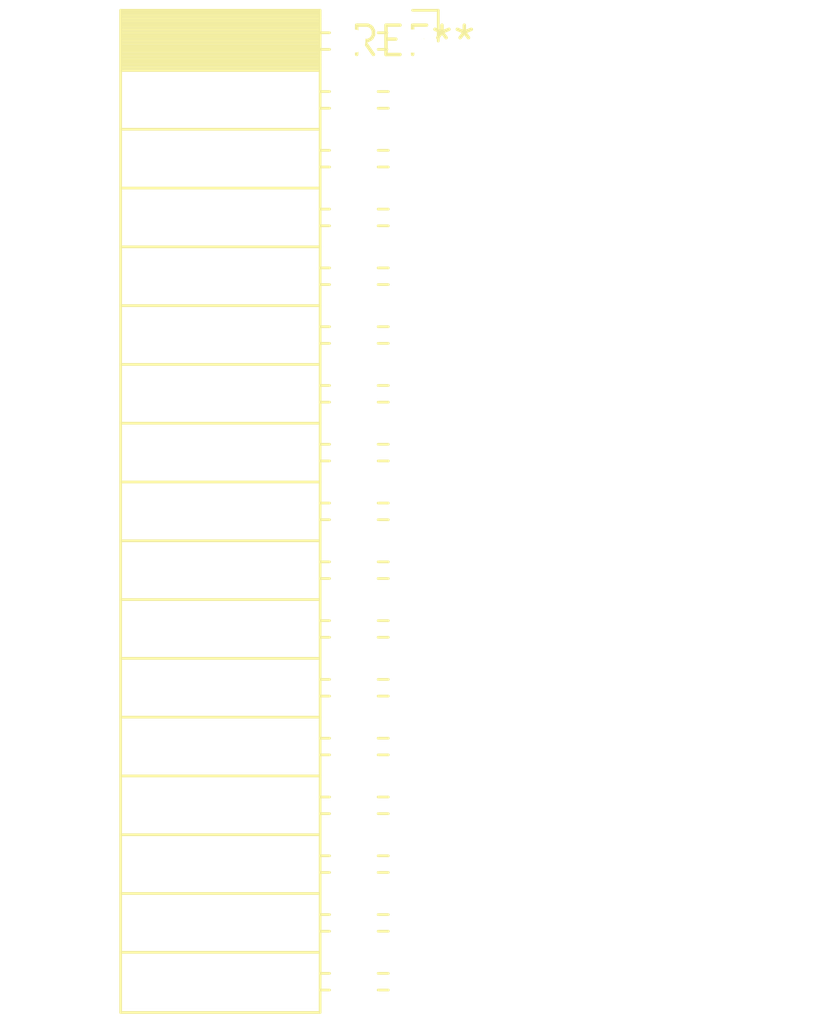
<source format=kicad_pcb>
(kicad_pcb (version 20240108) (generator pcbnew)
  (layers (0 "F.Cu" signal) (31 "B.Cu" signal) (34 "B.Paste" user) (35 "F.Paste" user) (36 "B.SilkS" user "B.Silkscreen") (37 "F.SilkS" user "F.Silkscreen") (38 "B.Mask" user) (39 "F.Mask" user) (44 "Edge.Cuts" user))
  (net 0 "")
  (footprint "PinSocket_2x17_P2.54mm_Horizontal" (layer "F.Cu") (at 0 0)
    (property "Reference" "REF**")
    (property "Value" "PinSocket_2x17_P2.54mm_Horizontal")
    (fp_line (start -12.63 -1.33) (end -12.63 41.97) (layer "F.SilkS") (stroke (width 0.12)))
    (fp_line (start -12.63 -1.33) (end -4 -1.33) (layer "F.SilkS") (stroke (width 0.12)))
    (fp_line (start -12.63 -1.21) (end -4 -1.21) (layer "F.SilkS") (stroke (width 0.12)))
    (fp_line (start -12.63 -1.091905) (end -4 -1.091905) (layer "F.SilkS") (stroke (width 0.12)))
    (fp_line (start -12.63 -0.97381) (end -4 -0.97381) (layer "F.SilkS") (stroke (width 0.12)))
    (fp_line (start -12.63 -0.855715) (end -4 -0.855715) (layer "F.SilkS") (stroke (width 0.12)))
    (fp_line (start -12.63 -0.73762) (end -4 -0.73762) (layer "F.SilkS") (stroke (width 0.12)))
    (fp_line (start -12.63 -0.619525) (end -4 -0.619525) (layer "F.SilkS") (stroke (width 0.12)))
    (fp_line (start -12.63 -0.50143) (end -4 -0.50143) (layer "F.SilkS") (stroke (width 0.12)))
    (fp_line (start -12.63 -0.383335) (end -4 -0.383335) (layer "F.SilkS") (stroke (width 0.12)))
    (fp_line (start -12.63 -0.26524) (end -4 -0.26524) (layer "F.SilkS") (stroke (width 0.12)))
    (fp_line (start -12.63 -0.147145) (end -4 -0.147145) (layer "F.SilkS") (stroke (width 0.12)))
    (fp_line (start -12.63 -0.02905) (end -4 -0.02905) (layer "F.SilkS") (stroke (width 0.12)))
    (fp_line (start -12.63 0.089045) (end -4 0.089045) (layer "F.SilkS") (stroke (width 0.12)))
    (fp_line (start -12.63 0.20714) (end -4 0.20714) (layer "F.SilkS") (stroke (width 0.12)))
    (fp_line (start -12.63 0.325235) (end -4 0.325235) (layer "F.SilkS") (stroke (width 0.12)))
    (fp_line (start -12.63 0.44333) (end -4 0.44333) (layer "F.SilkS") (stroke (width 0.12)))
    (fp_line (start -12.63 0.561425) (end -4 0.561425) (layer "F.SilkS") (stroke (width 0.12)))
    (fp_line (start -12.63 0.67952) (end -4 0.67952) (layer "F.SilkS") (stroke (width 0.12)))
    (fp_line (start -12.63 0.797615) (end -4 0.797615) (layer "F.SilkS") (stroke (width 0.12)))
    (fp_line (start -12.63 0.91571) (end -4 0.91571) (layer "F.SilkS") (stroke (width 0.12)))
    (fp_line (start -12.63 1.033805) (end -4 1.033805) (layer "F.SilkS") (stroke (width 0.12)))
    (fp_line (start -12.63 1.1519) (end -4 1.1519) (layer "F.SilkS") (stroke (width 0.12)))
    (fp_line (start -12.63 1.27) (end -4 1.27) (layer "F.SilkS") (stroke (width 0.12)))
    (fp_line (start -12.63 3.81) (end -4 3.81) (layer "F.SilkS") (stroke (width 0.12)))
    (fp_line (start -12.63 6.35) (end -4 6.35) (layer "F.SilkS") (stroke (width 0.12)))
    (fp_line (start -12.63 8.89) (end -4 8.89) (layer "F.SilkS") (stroke (width 0.12)))
    (fp_line (start -12.63 11.43) (end -4 11.43) (layer "F.SilkS") (stroke (width 0.12)))
    (fp_line (start -12.63 13.97) (end -4 13.97) (layer "F.SilkS") (stroke (width 0.12)))
    (fp_line (start -12.63 16.51) (end -4 16.51) (layer "F.SilkS") (stroke (width 0.12)))
    (fp_line (start -12.63 19.05) (end -4 19.05) (layer "F.SilkS") (stroke (width 0.12)))
    (fp_line (start -12.63 21.59) (end -4 21.59) (layer "F.SilkS") (stroke (width 0.12)))
    (fp_line (start -12.63 24.13) (end -4 24.13) (layer "F.SilkS") (stroke (width 0.12)))
    (fp_line (start -12.63 26.67) (end -4 26.67) (layer "F.SilkS") (stroke (width 0.12)))
    (fp_line (start -12.63 29.21) (end -4 29.21) (layer "F.SilkS") (stroke (width 0.12)))
    (fp_line (start -12.63 31.75) (end -4 31.75) (layer "F.SilkS") (stroke (width 0.12)))
    (fp_line (start -12.63 34.29) (end -4 34.29) (layer "F.SilkS") (stroke (width 0.12)))
    (fp_line (start -12.63 36.83) (end -4 36.83) (layer "F.SilkS") (stroke (width 0.12)))
    (fp_line (start -12.63 39.37) (end -4 39.37) (layer "F.SilkS") (stroke (width 0.12)))
    (fp_line (start -12.63 41.97) (end -4 41.97) (layer "F.SilkS") (stroke (width 0.12)))
    (fp_line (start -4 -1.33) (end -4 41.97) (layer "F.SilkS") (stroke (width 0.12)))
    (fp_line (start -4 -0.36) (end -3.59 -0.36) (layer "F.SilkS") (stroke (width 0.12)))
    (fp_line (start -4 0.36) (end -3.59 0.36) (layer "F.SilkS") (stroke (width 0.12)))
    (fp_line (start -4 2.18) (end -3.59 2.18) (layer "F.SilkS") (stroke (width 0.12)))
    (fp_line (start -4 2.9) (end -3.59 2.9) (layer "F.SilkS") (stroke (width 0.12)))
    (fp_line (start -4 4.72) (end -3.59 4.72) (layer "F.SilkS") (stroke (width 0.12)))
    (fp_line (start -4 5.44) (end -3.59 5.44) (layer "F.SilkS") (stroke (width 0.12)))
    (fp_line (start -4 7.26) (end -3.59 7.26) (layer "F.SilkS") (stroke (width 0.12)))
    (fp_line (start -4 7.98) (end -3.59 7.98) (layer "F.SilkS") (stroke (width 0.12)))
    (fp_line (start -4 9.8) (end -3.59 9.8) (layer "F.SilkS") (stroke (width 0.12)))
    (fp_line (start -4 10.52) (end -3.59 10.52) (layer "F.SilkS") (stroke (width 0.12)))
    (fp_line (start -4 12.34) (end -3.59 12.34) (layer "F.SilkS") (stroke (width 0.12)))
    (fp_line (start -4 13.06) (end -3.59 13.06) (layer "F.SilkS") (stroke (width 0.12)))
    (fp_line (start -4 14.88) (end -3.59 14.88) (layer "F.SilkS") (stroke (width 0.12)))
    (fp_line (start -4 15.6) (end -3.59 15.6) (layer "F.SilkS") (stroke (width 0.12)))
    (fp_line (start -4 17.42) (end -3.59 17.42) (layer "F.SilkS") (stroke (width 0.12)))
    (fp_line (start -4 18.14) (end -3.59 18.14) (layer "F.SilkS") (stroke (width 0.12)))
    (fp_line (start -4 19.96) (end -3.59 19.96) (layer "F.SilkS") (stroke (width 0.12)))
    (fp_line (start -4 20.68) (end -3.59 20.68) (layer "F.SilkS") (stroke (width 0.12)))
    (fp_line (start -4 22.5) (end -3.59 22.5) (layer "F.SilkS") (stroke (width 0.12)))
    (fp_line (start -4 23.22) (end -3.59 23.22) (layer "F.SilkS") (stroke (width 0.12)))
    (fp_line (start -4 25.04) (end -3.59 25.04) (layer "F.SilkS") (stroke (width 0.12)))
    (fp_line (start -4 25.76) (end -3.59 25.76) (layer "F.SilkS") (stroke (width 0.12)))
    (fp_line (start -4 27.58) (end -3.59 27.58) (layer "F.SilkS") (stroke (width 0.12)))
    (fp_line (start -4 28.3) (end -3.59 28.3) (layer "F.SilkS") (stroke (width 0.12)))
    (fp_line (start -4 30.12) (end -3.59 30.12) (layer "F.SilkS") (stroke (width 0.12)))
    (fp_line (start -4 30.84) (end -3.59 30.84) (layer "F.SilkS") (stroke (width 0.12)))
    (fp_line (start -4 32.66) (end -3.59 32.66) (layer "F.SilkS") (stroke (width 0.12)))
    (fp_line (start -4 33.38) (end -3.59 33.38) (layer "F.SilkS") (stroke (width 0.12)))
    (fp_line (start -4 35.2) (end -3.59 35.2) (layer "F.SilkS") (stroke (width 0.12)))
    (fp_line (start -4 35.92) (end -3.59 35.92) (layer "F.SilkS") (stroke (width 0.12)))
    (fp_line (start -4 37.74) (end -3.59 37.74) (layer "F.SilkS") (stroke (width 0.12)))
    (fp_line (start -4 38.46) (end -3.59 38.46) (layer "F.SilkS") (stroke (width 0.12)))
    (fp_line (start -4 40.28) (end -3.59 40.28) (layer "F.SilkS") (stroke (width 0.12)))
    (fp_line (start -4 41) (end -3.59 41) (layer "F.SilkS") (stroke (width 0.12)))
    (fp_line (start -1.49 -0.36) (end -1.11 -0.36) (layer "F.SilkS") (stroke (width 0.12)))
    (fp_line (start -1.49 0.36) (end -1.11 0.36) (layer "F.SilkS") (stroke (width 0.12)))
    (fp_line (start -1.49 2.18) (end -1.05 2.18) (layer "F.SilkS") (stroke (width 0.12)))
    (fp_line (start -1.49 2.9) (end -1.05 2.9) (layer "F.SilkS") (stroke (width 0.12)))
    (fp_line (start -1.49 4.72) (end -1.05 4.72) (layer "F.SilkS") (stroke (width 0.12)))
    (fp_line (start -1.49 5.44) (end -1.05 5.44) (layer "F.SilkS") (stroke (width 0.12)))
    (fp_line (start -1.49 7.26) (end -1.05 7.26) (layer "F.SilkS") (stroke (width 0.12)))
    (fp_line (start -1.49 7.98) (end -1.05 7.98) (layer "F.SilkS") (stroke (width 0.12)))
    (fp_line (start -1.49 9.8) (end -1.05 9.8) (layer "F.SilkS") (stroke (width 0.12)))
    (fp_line (start -1.49 10.52) (end -1.05 10.52) (layer "F.SilkS") (stroke (width 0.12)))
    (fp_line (start -1.49 12.34) (end -1.05 12.34) (layer "F.SilkS") (stroke (width 0.12)))
    (fp_line (start -1.49 13.06) (end -1.05 13.06) (layer "F.SilkS") (stroke (width 0.12)))
    (fp_line (start -1.49 14.88) (end -1.05 14.88) (layer "F.SilkS") (stroke (width 0.12)))
    (fp_line (start -1.49 15.6) (end -1.05 15.6) (layer "F.SilkS") (stroke (width 0.12)))
    (fp_line (start -1.49 17.42) (end -1.05 17.42) (layer "F.SilkS") (stroke (width 0.12)))
    (fp_line (start -1.49 18.14) (end -1.05 18.14) (layer "F.SilkS") (stroke (width 0.12)))
    (fp_line (start -1.49 19.96) (end -1.05 19.96) (layer "F.SilkS") (stroke (width 0.12)))
    (fp_line (start -1.49 20.68) (end -1.05 20.68) (layer "F.SilkS") (stroke (width 0.12)))
    (fp_line (start -1.49 22.5) (end -1.05 22.5) (layer "F.SilkS") (stroke (width 0.12)))
    (fp_line (start -1.49 23.22) (end -1.05 23.22) (layer "F.SilkS") (stroke (width 0.12)))
    (fp_line (start -1.49 25.04) (end -1.05 25.04) (layer "F.SilkS") (stroke (width 0.12)))
    (fp_line (start -1.49 25.76) (end -1.05 25.76) (layer "F.SilkS") (stroke (width 0.12)))
    (fp_line (start -1.49 27.58) (end -1.05 27.58) (layer "F.SilkS") (stroke (width 0.12)))
    (fp_line (start -1.49 28.3) (end -1.05 28.3) (layer "F.SilkS") (stroke (width 0.12)))
    (fp_line (start -1.49 30.12) (end -1.05 30.12) (layer "F.SilkS") (stroke (width 0.12)))
    (fp_line (start -1.49 30.84) (end -1.05 30.84) (layer "F.SilkS") (stroke (width 0.12)))
    (fp_line (start -1.49 32.66) (end -1.05 32.66) (layer "F.SilkS") (stroke (width 0.12)))
    (fp_line (start -1.49 33.38) (end -1.05 33.38) (layer "F.SilkS") (stroke (width 0.12)))
    (fp_line (start -1.49 35.2) (end -1.05 35.2) (layer "F.SilkS") (stroke (width 0.12)))
    (fp_line (start -1.49 35.92) (end -1.05 35.92) (layer "F.SilkS") (stroke (width 0.12)))
    (fp_line (start -1.49 37.74) (end -1.05 37.74) (layer "F.SilkS") (stroke (width 0.12)))
    (fp_line (start -1.49 38.46) (end -1.05 38.46) (layer "F.SilkS") (stroke (width 0.12)))
    (fp_line (start -1.49 40.28) (end -1.05 40.28) (layer "F.SilkS") (stroke (width 0.12)))
    (fp_line (start -1.49 41) (end -1.05 41) (layer "F.SilkS") (stroke (width 0.12)))
    (fp_line (start 0 -1.33) (end 1.11 -1.33) (layer "F.SilkS") (stroke (width 0.12)))
    (fp_line (start 1.11 -1.33) (end 1.11 0) (layer "F.SilkS") (stroke (width 0.12)))
    (pad "1" thru_hole rect (at 0 0) (size 1.7 1.7) (drill 1) (layers *.Cu *.Mask) (remove_unused_layers))
    (pad "2" thru_hole oval (at -2.54 0) (size 1.7 1.7) (drill 1) (layers *.Cu *.Mask) (remove_unused_layers))
    (pad "3" thru_hole oval (at 0 2.54) (size 1.7 1.7) (drill 1) (layers *.Cu *.Mask) (remove_unused_layers))
    (pad "4" thru_hole oval (at -2.54 2.54) (size 1.7 1.7) (drill 1) (layers *.Cu *.Mask) (remove_unused_layers))
    (pad "5" thru_hole oval (at 0 5.08) (size 1.7 1.7) (drill 1) (layers *.Cu *.Mask) (remove_unused_layers))
    (pad "6" thru_hole oval (at -2.54 5.08) (size 1.7 1.7) (drill 1) (layers *.Cu *.Mask) (remove_unused_layers))
    (pad "7" thru_hole oval (at 0 7.62) (size 1.7 1.7) (drill 1) (layers *.Cu *.Mask) (remove_unused_layers))
    (pad "8" thru_hole oval (at -2.54 7.62) (size 1.7 1.7) (drill 1) (layers *.Cu *.Mask) (remove_unused_layers))
    (pad "9" thru_hole oval (at 0 10.16) (size 1.7 1.7) (drill 1) (layers *.Cu *.Mask) (remove_unused_layers))
    (pad "10" thru_hole oval (at -2.54 10.16) (size 1.7 1.7) (drill 1) (layers *.Cu *.Mask) (remove_unused_layers))
    (pad "11" thru_hole oval (at 0 12.7) (size 1.7 1.7) (drill 1) (layers *.Cu *.Mask) (remove_unused_layers))
    (pad "12" thru_hole oval (at -2.54 12.7) (size 1.7 1.7) (drill 1) (layers *.Cu *.Mask) (remove_unused_layers))
    (pad "13" thru_hole oval (at 0 15.24) (size 1.7 1.7) (drill 1) (layers *.Cu *.Mask) (remove_unused_layers))
    (pad "14" thru_hole oval (at -2.54 15.24) (size 1.7 1.7) (drill 1) (layers *.Cu *.Mask) (remove_unused_layers))
    (pad "15" thru_hole oval (at 0 17.78) (size 1.7 1.7) (drill 1) (layers *.Cu *.Mask) (remove_unused_layers))
    (pad "16" thru_hole oval (at -2.54 17.78) (size 1.7 1.7) (drill 1) (layers *.Cu *.Mask) (remove_unused_layers))
    (pad "17" thru_hole oval (at 0 20.32) (size 1.7 1.7) (drill 1) (layers *.Cu *.Mask) (remove_unused_layers))
    (pad "18" thru_hole oval (at -2.54 20.32) (size 1.7 1.7) (drill 1) (layers *.Cu *.Mask) (remove_unused_layers))
    (pad "19" thru_hole oval (at 0 22.86) (size 1.7 1.7) (drill 1) (layers *.Cu *.Mask) (remove_unused_layers))
    (pad "20" thru_hole oval (at -2.54 22.86) (size 1.7 1.7) (drill 1) (layers *.Cu *.Mask) (remove_unused_layers))
    (pad "21" thru_hole oval (at 0 25.4) (size 1.7 1.7) (drill 1) (layers *.Cu *.Mask) (remove_unused_layers))
    (pad "22" thru_hole oval (at -2.54 25.4) (size 1.7 1.7) (drill 1) (layers *.Cu *.Mask) (remove_unused_layers))
    (pad "23" thru_hole oval (at 0 27.94) (size 1.7 1.7) (drill 1) (layers *.Cu *.Mask) (remove_unused_layers))
    (pad "24" thru_hole oval (at -2.54 27.94) (size 1.7 1.7) (drill 1) (layers *.Cu *.Mask) (remove_unused_layers))
    (pad "25" thru_hole oval (at 0 30.48) (size 1.7 1.7) (drill 1) (layers *.Cu *.Mask) (remove_unused_layers))
    (pad "26" thru_hole oval (at -2.54 30.48) (size 1.7 1.7) (drill 1) (layers *.Cu *.Mask) (remove_unused_layers))
    (pad "27" thru_hole oval (at 0 33.02) (size 1.7 1.7) (drill 1) (layers *.Cu *.Mask) (remove_unused_layers))
    (pad "28" thru_hole oval (at -2.54 33.02) (size 1.7 1.7) (drill 1) (layers *.Cu *.Mask) (remove_unused_layers))
    (pad "29" thru_hole oval (at 0 35.56) (size 1.7 1.7) (drill 1) (layers *.Cu *.Mask) (remove_unused_layers))
    (pad "30" thru_hole oval (at -2.54 35.56) (size 1.7 1.7) (drill 1) (layers *.Cu *.Mask) (remove_unused_layers))
    (pad "31" thru_hole oval (at 0 38.1) (size 1.7 1.7) (drill 1) (layers *.Cu *.Mask) (remove_unused_layers))
    (pad "32" thru_hole oval (at -2.54 38.1) (size 1.7 1.7) (drill 1) (layers *.Cu *.Mask) (remove_unused_layers))
    (pad "33" thru_hole oval (at 0 40.64) (size 1.7 1.7) (drill 1) (layers *.Cu *.Mask) (remove_unused_layers))
    (pad "34" thru_hole oval (at -2.54 40.64) (size 1.7 1.7) (drill 1) (layers *.Cu *.Mask) (remove_unused_layers))
  )
)
</source>
